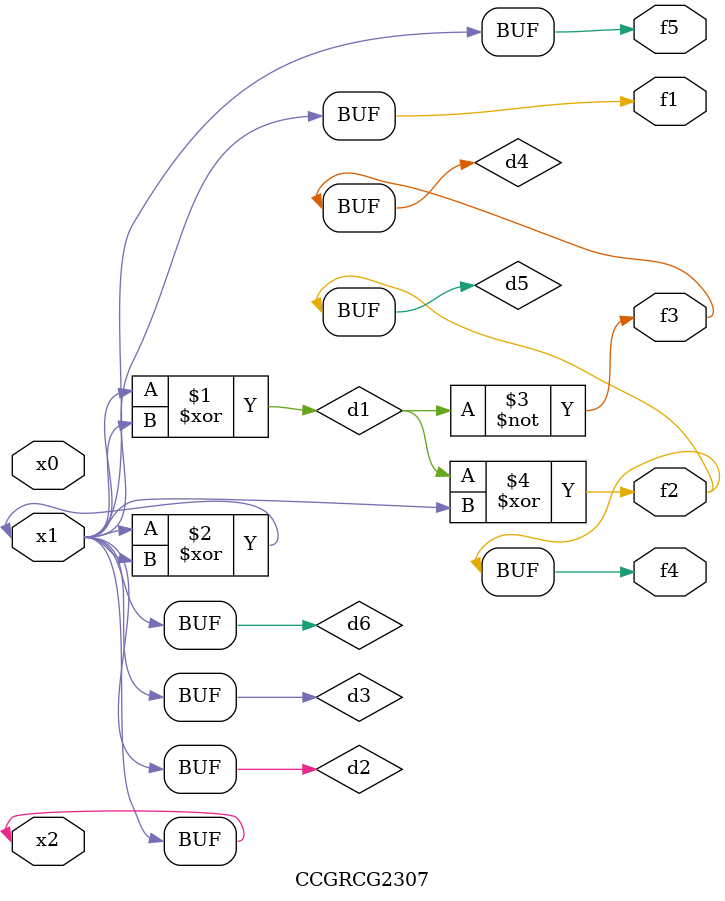
<source format=v>
module CCGRCG2307(
	input x0, x1, x2,
	output f1, f2, f3, f4, f5
);

	wire d1, d2, d3, d4, d5, d6;

	xor (d1, x1, x2);
	buf (d2, x1, x2);
	xor (d3, x1, x2);
	nor (d4, d1);
	xor (d5, d1, d2);
	buf (d6, d2, d3);
	assign f1 = d6;
	assign f2 = d5;
	assign f3 = d4;
	assign f4 = d5;
	assign f5 = d6;
endmodule

</source>
